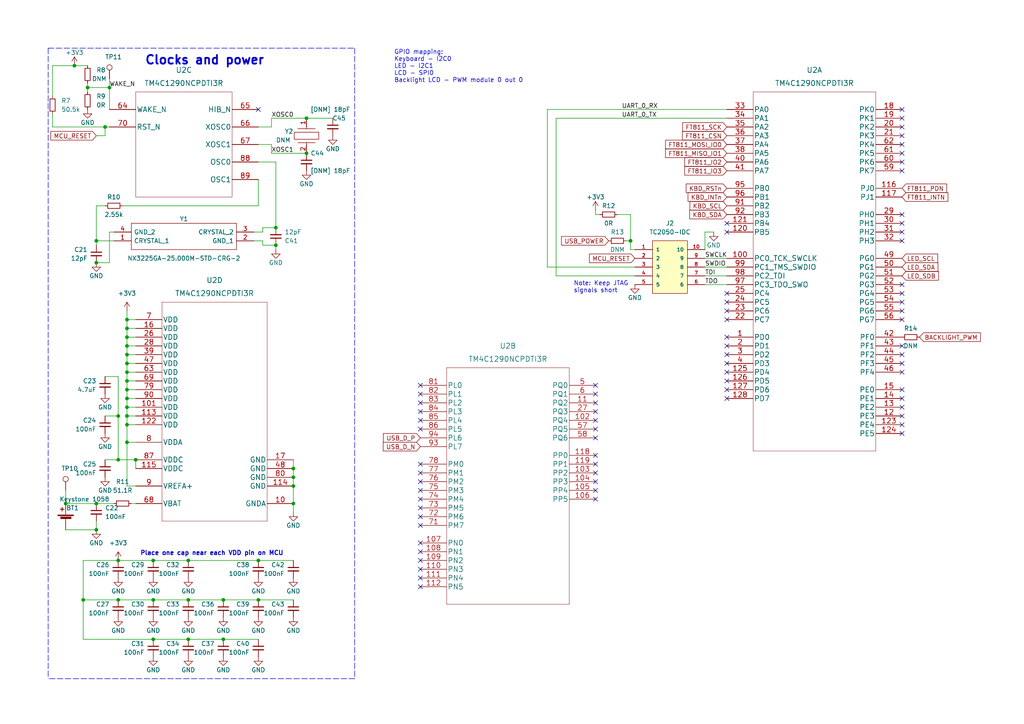
<source format=kicad_sch>
(kicad_sch (version 20211123) (generator eeschema)
  (paper "A4")
  (lib_symbols
    (symbol "Connector:TestPoint" (pin_numbers hide) (pin_names (offset 0.762) hide)
      (property "Reference" "TP" (at 0 6.858 0))
      (property "Value" "TestPoint" (at 0 5.08 0))
      (symbol "TestPoint_0_1"
        (circle (center 0 3.302) (radius 0.762))
      )
      (symbol "TestPoint_1_1"
        (pin passive line (at 0 0 90) (length 2.54) (name "1") (number "1"))
      )
    )
    (symbol "Device:Battery_Cell" (pin_numbers hide) (pin_names (offset 0) hide)
      (property "Reference" "BT" (at 2.54 2.54 0))
      (property "Value" "Battery_Cell" (at 2.54 0 0))
      (symbol "Battery_Cell_0_1"
        (rectangle (start -2.286 1.778) (end 2.286 1.524) (fill (type outline)))
        (rectangle (start -1.5748 1.1938) (end 1.4732 0.6858) (fill (type outline)))
        (polyline (pts (xy 0 0.762) (xy 0 0)))
        (polyline (pts (xy 0 1.778) (xy 0 2.54)))
        (polyline (pts (xy 0.508 3.429) (xy 1.524 3.429)) (stroke (width 0.254)))
        (polyline (pts (xy 1.016 3.937) (xy 1.016 2.921)) (stroke (width 0.254)))
      )
      (symbol "Battery_Cell_1_1"
        (pin passive line (at 0 5.08 270) (length 2.54) (name "+") (number "1"))
        (pin passive line (at 0 -2.54 90) (length 2.54) (name "-") (number "2"))
      )
    )
    (symbol "Device:C_Small" (pin_numbers hide) (pin_names (offset 0.254) hide)
      (property "Reference" "C" (at 0.254 1.778 0))
      (property "Value" "C_Small" (at 0.254 -2.032 0))
      (symbol "C_Small_0_1"
        (polyline (pts (xy -1.524 -0.508) (xy 1.524 -0.508)) (stroke (width 0.3302)))
        (polyline (pts (xy -1.524 0.508) (xy 1.524 0.508)) (stroke (width 0.3048)))
      )
      (symbol "C_Small_1_1"
        (pin passive line (at 0 2.54 270) (length 2.032) (name "~") (number "1"))
        (pin passive line (at 0 -2.54 90) (length 2.032) (name "~") (number "2"))
      )
    )
    (symbol "Device:R_Small" (pin_numbers hide) (pin_names (offset 0.254) hide)
      (property "Reference" "R" (at 0.762 0.508 0))
      (property "Value" "R_Small" (at 0.762 -1.016 0))
      (symbol "R_Small_0_1"
        (rectangle (start -0.762 1.778) (end 0.762 -1.778) (stroke (width 0.2032)))
      )
      (symbol "R_Small_1_1"
        (pin passive line (at 0 2.54 270) (length 0.762) (name "~") (number "1"))
        (pin passive line (at 0 -2.54 90) (length 0.762) (name "~") (number "2"))
      )
    )
    (symbol "SamacSys_Parts:NX2012SA-32.768K-STD-MUB-1" (pin_names (offset 0.762))
      (property "Reference" "Y" (at 8.89 6.35 0))
      (property "Value" "NX2012SA-32.768K-STD-MUB-1" (at 8.89 3.81 0))
      (symbol "NX2012SA-32.768K-STD-MUB-1_0_0"
        (pin passive line (at 10.16 0 180) (length 2.54) (name "~") (number "1"))
        (pin passive line (at 0 0 0) (length 2.54) (name "~") (number "2"))
      )
      (symbol "NX2012SA-32.768K-STD-MUB-1_0_1"
        (polyline (pts (xy 3.048 0) (xy 2.54 0)) (stroke (width 0.1524)))
        (polyline (pts (xy 3.048 2.54) (xy 3.048 -2.54)) (stroke (width 0.1524)))
        (polyline (pts (xy 7.112 0) (xy 7.62 0)) (stroke (width 0.1524)))
        (polyline (pts (xy 7.112 2.54) (xy 7.112 -2.54)) (stroke (width 0.1524)))
        (polyline (pts (xy 4.064 3.556) (xy 4.064 -3.556) (xy 6.096 -3.556) (xy 6.096 3.556) (xy 4.064 3.556)) (stroke (width 0.1524)))
      )
    )
    (symbol "SamacSys_Parts:NX3225GA-25.000M-STD-CRG-2" (pin_names (offset 0.762))
      (property "Reference" "Y" (at 36.83 7.62 0))
      (property "Value" "NX3225GA-25.000M-STD-CRG-2" (at 36.83 5.08 0))
      (symbol "NX3225GA-25.000M-STD-CRG-2_0_0"
        (pin passive line (at 0 -2.54 0) (length 5.08) (name "CRYSTAL_1") (number "1"))
        (pin passive line (at 40.64 -2.54 180) (length 5.08) (name "GND_1") (number "2"))
        (pin passive line (at 40.64 0 180) (length 5.08) (name "CRYSTAL_2") (number "3"))
        (pin passive line (at 0 0 0) (length 5.08) (name "GND_2") (number "4"))
      )
      (symbol "NX3225GA-25.000M-STD-CRG-2_0_1"
        (polyline (pts (xy 5.08 2.54) (xy 35.56 2.54) (xy 35.56 -5.08) (xy 5.08 -5.08) (xy 5.08 2.54)) (stroke (width 0.1524)))
      )
    )
    (symbol "TC2050-IDC:TC2050-IDC" (pin_names (offset 1.016))
      (property "Reference" "J" (at -5.08 8.382 0))
      (property "Value" "TC2050-IDC" (at -5.08 -10.16 0))
      (symbol "TC2050-IDC_0_0"
        (rectangle (start -5.08 -7.62) (end 5.08 7.62) (stroke (width 0.1524)) (fill (type background)))
        (pin passive line (at -10.16 5.08 0) (length 5.08) (name "1") (number "1"))
        (pin passive line (at 10.16 5.08 180) (length 5.08) (name "10") (number "10"))
        (pin passive line (at -10.16 2.54 0) (length 5.08) (name "2") (number "2"))
        (pin passive line (at -10.16 0 0) (length 5.08) (name "3") (number "3"))
        (pin passive line (at -10.16 -2.54 0) (length 5.08) (name "4") (number "4"))
        (pin passive line (at -10.16 -5.08 0) (length 5.08) (name "5") (number "5"))
        (pin passive line (at 10.16 -5.08 180) (length 5.08) (name "6") (number "6"))
        (pin passive line (at 10.16 -2.54 180) (length 5.08) (name "7") (number "7"))
        (pin passive line (at 10.16 0 180) (length 5.08) (name "8") (number "8"))
        (pin passive line (at 10.16 2.54 180) (length 5.08) (name "9") (number "9"))
      )
    )
    (symbol "power:+3V3" (power) (pin_names (offset 0))
      (property "Value" "+3V3" (at 0 3.556 0))
      (symbol "+3V3_0_1"
        (polyline (pts (xy -0.762 1.27) (xy 0 2.54)))
        (polyline (pts (xy 0 0) (xy 0 2.54)))
        (polyline (pts (xy 0 2.54) (xy 0.762 1.27)))
      )
      (symbol "+3V3_1_1"
        (pin power_in line (at 0 0 90) (length 0) hide (name "+3V3") (number "1"))
      )
    )
    (symbol "power:GND" (power) (pin_names (offset 0))
      (property "Value" "GND" (at 0 -3.81 0))
      (symbol "GND_0_1"
        (polyline (pts (xy 0 0) (xy 0 -1.27) (xy 1.27 -1.27) (xy 0 -2.54) (xy -1.27 -1.27) (xy 0 -1.27)))
      )
      (symbol "GND_1_1"
        (pin power_in line (at 0 0 270) (length 0) hide (name "GND") (number "1"))
      )
    )
    (symbol "ul_TM4C1290NCPDTI3R:TM4C1290NCPDTI3R" (pin_names (offset 0.254))
      (property "Reference" "U" (at 0 2.54 0))
      (property "Value" "TM4C1290NCPDTI3R" (at 0 0 0))
      (symbol "TM4C1290NCPDTI3R_1_1"
        (polyline (pts (xy -17.78 -50.8) (xy 17.78 -50.8)) (stroke (width 0.1016)))
        (polyline (pts (xy -17.78 53.34) (xy -17.78 -50.8)) (stroke (width 0.1016)))
        (polyline (pts (xy 17.78 -50.8) (xy 17.78 53.34)) (stroke (width 0.1016)))
        (polyline (pts (xy 17.78 53.34) (xy -17.78 53.34)) (stroke (width 0.1016)))
        (pin bidirectional line (at -25.4 -17.78 0) (length 7.62) (name "PD0") (number "1"))
        (pin bidirectional line (at -25.4 5.08 0) (length 7.62) (name "PC0_TCK_SWCLK") (number "100"))
        (pin bidirectional line (at 25.4 25.4 180) (length 7.62) (name "PJ0") (number "116"))
        (pin bidirectional line (at 25.4 22.86 180) (length 7.62) (name "PJ1") (number "117"))
        (pin bidirectional line (at 25.4 -40.64 180) (length 7.62) (name "PE3") (number "12"))
        (pin bidirectional line (at -25.4 12.7 0) (length 7.62) (name "PB5") (number "120"))
        (pin bidirectional line (at -25.4 15.24 0) (length 7.62) (name "PB4") (number "121"))
        (pin bidirectional line (at 25.4 -43.18 180) (length 7.62) (name "PE4") (number "123"))
        (pin bidirectional line (at 25.4 -45.72 180) (length 7.62) (name "PE5") (number "124"))
        (pin bidirectional line (at -25.4 -27.94 0) (length 7.62) (name "PD4") (number "125"))
        (pin bidirectional line (at -25.4 -30.48 0) (length 7.62) (name "PD5") (number "126"))
        (pin bidirectional line (at -25.4 -33.02 0) (length 7.62) (name "PD6") (number "127"))
        (pin bidirectional line (at -25.4 -35.56 0) (length 7.62) (name "PD7") (number "128"))
        (pin bidirectional line (at 25.4 -38.1 180) (length 7.62) (name "PE2") (number "13"))
        (pin bidirectional line (at 25.4 -35.56 180) (length 7.62) (name "PE1") (number "14"))
        (pin bidirectional line (at 25.4 -33.02 180) (length 7.62) (name "PE0") (number "15"))
        (pin bidirectional line (at 25.4 48.26 180) (length 7.62) (name "PK0") (number "18"))
        (pin bidirectional line (at 25.4 45.72 180) (length 7.62) (name "PK1") (number "19"))
        (pin bidirectional line (at -25.4 -20.32 0) (length 7.62) (name "PD1") (number "2"))
        (pin bidirectional line (at 25.4 43.18 180) (length 7.62) (name "PK2") (number "20"))
        (pin bidirectional line (at 25.4 40.64 180) (length 7.62) (name "PK3") (number "21"))
        (pin bidirectional line (at -25.4 -12.7 0) (length 7.62) (name "PC7") (number "22"))
        (pin bidirectional line (at -25.4 -10.16 0) (length 7.62) (name "PC6") (number "23"))
        (pin bidirectional line (at -25.4 -7.62 0) (length 7.62) (name "PC5") (number "24"))
        (pin bidirectional line (at -25.4 -5.08 0) (length 7.62) (name "PC4") (number "25"))
        (pin bidirectional line (at 25.4 17.78 180) (length 7.62) (name "PH0") (number "29"))
        (pin bidirectional line (at -25.4 -22.86 0) (length 7.62) (name "PD2") (number "3"))
        (pin bidirectional line (at 25.4 15.24 180) (length 7.62) (name "PH1") (number "30"))
        (pin bidirectional line (at 25.4 12.7 180) (length 7.62) (name "PH2") (number "31"))
        (pin bidirectional line (at 25.4 10.16 180) (length 7.62) (name "PH3") (number "32"))
        (pin bidirectional line (at -25.4 48.26 0) (length 7.62) (name "PA0") (number "33"))
        (pin bidirectional line (at -25.4 45.72 0) (length 7.62) (name "PA1") (number "34"))
        (pin bidirectional line (at -25.4 43.18 0) (length 7.62) (name "PA2") (number "35"))
        (pin bidirectional line (at -25.4 40.64 0) (length 7.62) (name "PA3") (number "36"))
        (pin bidirectional line (at -25.4 38.1 0) (length 7.62) (name "PA4") (number "37"))
        (pin bidirectional line (at -25.4 35.56 0) (length 7.62) (name "PA5") (number "38"))
        (pin bidirectional line (at -25.4 -25.4 0) (length 7.62) (name "PD3") (number "4"))
        (pin bidirectional line (at -25.4 33.02 0) (length 7.62) (name "PA6") (number "40"))
        (pin bidirectional line (at -25.4 30.48 0) (length 7.62) (name "PA7") (number "41"))
        (pin bidirectional line (at 25.4 -17.78 180) (length 7.62) (name "PF0") (number "42"))
        (pin bidirectional line (at 25.4 -20.32 180) (length 7.62) (name "PF1") (number "43"))
        (pin bidirectional line (at 25.4 -22.86 180) (length 7.62) (name "PF2") (number "44"))
        (pin bidirectional line (at 25.4 -25.4 180) (length 7.62) (name "PF3") (number "45"))
        (pin bidirectional line (at 25.4 -27.94 180) (length 7.62) (name "PF4") (number "46"))
        (pin bidirectional line (at 25.4 5.08 180) (length 7.62) (name "PG0") (number "49"))
        (pin bidirectional line (at 25.4 2.54 180) (length 7.62) (name "PG1") (number "50"))
        (pin bidirectional line (at 25.4 0 180) (length 7.62) (name "PG2") (number "51"))
        (pin bidirectional line (at 25.4 -2.54 180) (length 7.62) (name "PG3") (number "52"))
        (pin bidirectional line (at 25.4 -5.08 180) (length 7.62) (name "PG4") (number "53"))
        (pin bidirectional line (at 25.4 -7.62 180) (length 7.62) (name "PG5") (number "54"))
        (pin bidirectional line (at 25.4 -10.16 180) (length 7.62) (name "PG6") (number "55"))
        (pin bidirectional line (at 25.4 -12.7 180) (length 7.62) (name "PG7") (number "56"))
        (pin bidirectional line (at 25.4 30.48 180) (length 7.62) (name "PK7") (number "59"))
        (pin bidirectional line (at 25.4 33.02 180) (length 7.62) (name "PK6") (number "60"))
        (pin bidirectional line (at 25.4 35.56 180) (length 7.62) (name "PK5") (number "61"))
        (pin bidirectional line (at 25.4 38.1 180) (length 7.62) (name "PK4") (number "62"))
        (pin bidirectional line (at -25.4 20.32 0) (length 7.62) (name "PB2") (number "91"))
        (pin bidirectional line (at -25.4 17.78 0) (length 7.62) (name "PB3") (number "92"))
        (pin bidirectional line (at -25.4 25.4 0) (length 7.62) (name "PB0") (number "95"))
        (pin bidirectional line (at -25.4 22.86 0) (length 7.62) (name "PB1") (number "96"))
        (pin bidirectional line (at -25.4 -2.54 0) (length 7.62) (name "PC3_TDO_SWO") (number "97"))
        (pin bidirectional line (at -25.4 0 0) (length 7.62) (name "PC2_TDI") (number "98"))
        (pin bidirectional line (at -25.4 2.54 0) (length 7.62) (name "PC1_TMS_SWDIO") (number "99"))
      )
      (symbol "TM4C1290NCPDTI3R_2_1"
        (polyline (pts (xy -17.78 -33.02) (xy 17.78 -33.02)) (stroke (width 0.1016)))
        (polyline (pts (xy -17.78 35.56) (xy -17.78 -33.02)) (stroke (width 0.1016)))
        (polyline (pts (xy 17.78 -33.02) (xy 17.78 35.56)) (stroke (width 0.1016)))
        (polyline (pts (xy 17.78 35.56) (xy -17.78 35.56)) (stroke (width 0.1016)))
        (pin bidirectional line (at 25.4 20.32 180) (length 7.62) (name "PQ4") (number "102"))
        (pin bidirectional line (at 25.4 5.08 180) (length 7.62) (name "PP2") (number "103"))
        (pin bidirectional line (at 25.4 2.54 180) (length 7.62) (name "PP3") (number "104"))
        (pin bidirectional line (at 25.4 0 180) (length 7.62) (name "PP4") (number "105"))
        (pin bidirectional line (at 25.4 -2.54 180) (length 7.62) (name "PP5") (number "106"))
        (pin bidirectional line (at -25.4 -15.24 0) (length 7.62) (name "PN0") (number "107"))
        (pin bidirectional line (at -25.4 -17.78 0) (length 7.62) (name "PN1") (number "108"))
        (pin bidirectional line (at -25.4 -20.32 0) (length 7.62) (name "PN2") (number "109"))
        (pin bidirectional line (at 25.4 25.4 180) (length 7.62) (name "PQ2") (number "11"))
        (pin bidirectional line (at -25.4 -22.86 0) (length 7.62) (name "PN3") (number "110"))
        (pin bidirectional line (at -25.4 -25.4 0) (length 7.62) (name "PN4") (number "111"))
        (pin bidirectional line (at -25.4 -27.94 0) (length 7.62) (name "PN5") (number "112"))
        (pin bidirectional line (at 25.4 10.16 180) (length 7.62) (name "PP0") (number "118"))
        (pin bidirectional line (at 25.4 7.62 180) (length 7.62) (name "PP1") (number "119"))
        (pin bidirectional line (at 25.4 22.86 180) (length 7.62) (name "PQ3") (number "27"))
        (pin bidirectional line (at 25.4 30.48 180) (length 7.62) (name "PQ0") (number "5"))
        (pin bidirectional line (at 25.4 17.78 180) (length 7.62) (name "PQ5") (number "57"))
        (pin bidirectional line (at 25.4 15.24 180) (length 7.62) (name "PQ6") (number "58"))
        (pin bidirectional line (at 25.4 27.94 180) (length 7.62) (name "PQ1") (number "6"))
        (pin bidirectional line (at -25.4 -10.16 0) (length 7.62) (name "PM7") (number "71"))
        (pin bidirectional line (at -25.4 -7.62 0) (length 7.62) (name "PM6") (number "72"))
        (pin bidirectional line (at -25.4 -5.08 0) (length 7.62) (name "PM5") (number "73"))
        (pin bidirectional line (at -25.4 -2.54 0) (length 7.62) (name "PM4") (number "74"))
        (pin bidirectional line (at -25.4 0 0) (length 7.62) (name "PM3") (number "75"))
        (pin bidirectional line (at -25.4 2.54 0) (length 7.62) (name "PM2") (number "76"))
        (pin bidirectional line (at -25.4 5.08 0) (length 7.62) (name "PM1") (number "77"))
        (pin bidirectional line (at -25.4 7.62 0) (length 7.62) (name "PM0") (number "78"))
        (pin bidirectional line (at -25.4 30.48 0) (length 7.62) (name "PL0") (number "81"))
        (pin bidirectional line (at -25.4 27.94 0) (length 7.62) (name "PL1") (number "82"))
        (pin bidirectional line (at -25.4 25.4 0) (length 7.62) (name "PL2") (number "83"))
        (pin bidirectional line (at -25.4 22.86 0) (length 7.62) (name "PL3") (number "84"))
        (pin bidirectional line (at -25.4 20.32 0) (length 7.62) (name "PL4") (number "85"))
        (pin bidirectional line (at -25.4 17.78 0) (length 7.62) (name "PL5") (number "86"))
        (pin bidirectional line (at -25.4 12.7 0) (length 7.62) (name "PL7") (number "93"))
        (pin bidirectional line (at -25.4 15.24 0) (length 7.62) (name "PL6") (number "94"))
      )
      (symbol "TM4C1290NCPDTI3R_3_1"
        (polyline (pts (xy -12.7 -15.24) (xy 15.24 -15.24)) (stroke (width 0.1016)))
        (polyline (pts (xy -12.7 15.24) (xy -12.7 -15.24)) (stroke (width 0.1016)))
        (polyline (pts (xy 15.24 -15.24) (xy 15.24 15.24)) (stroke (width 0.1016)))
        (polyline (pts (xy 15.24 15.24) (xy -12.7 15.24)) (stroke (width 0.1016)))
        (pin input line (at -20.32 10.16 0) (length 7.62) (name "WAKE_N") (number "64"))
        (pin output line (at 22.86 10.16 180) (length 7.62) (name "HIB_N") (number "65"))
        (pin input line (at 22.86 5.08 180) (length 7.62) (name "XOSC0") (number "66"))
        (pin output line (at 22.86 0 180) (length 7.62) (name "XOSC1") (number "67"))
        (pin input line (at -20.32 5.08 0) (length 7.62) (name "RST_N") (number "70"))
        (pin input line (at 22.86 -5.08 180) (length 7.62) (name "OSC0") (number "88"))
        (pin output line (at 22.86 -10.16 180) (length 7.62) (name "OSC1") (number "89"))
      )
      (symbol "TM4C1290NCPDTI3R_4_1"
        (polyline (pts (xy -15.24 -30.48) (xy 15.24 -30.48)) (stroke (width 0.1016)))
        (polyline (pts (xy -15.24 33.02) (xy -15.24 -30.48)) (stroke (width 0.1016)))
        (polyline (pts (xy 15.24 -30.48) (xy 15.24 33.02)) (stroke (width 0.1016)))
        (polyline (pts (xy 15.24 33.02) (xy -15.24 33.02)) (stroke (width 0.1016)))
        (pin power_in line (at 22.86 -25.4 180) (length 7.62) (name "GNDA") (number "10"))
        (pin power_in line (at -22.86 2.54 0) (length 7.62) (name "VDD") (number "101"))
        (pin power_in line (at -22.86 0 0) (length 7.62) (name "VDD") (number "113"))
        (pin power_in line (at 22.86 -20.32 180) (length 7.62) (name "GND") (number "114"))
        (pin power_in line (at -22.86 -15.24 0) (length 7.62) (name "VDDC") (number "115"))
        (pin power_in line (at -22.86 -2.54 0) (length 7.62) (name "VDD") (number "122"))
        (pin power_in line (at -22.86 25.4 0) (length 7.62) (name "VDD") (number "16"))
        (pin power_in line (at 22.86 -12.7 180) (length 7.62) (name "GND") (number "17"))
        (pin power_in line (at -22.86 22.86 0) (length 7.62) (name "VDD") (number "26"))
        (pin power_in line (at -22.86 20.32 0) (length 7.62) (name "VDD") (number "28"))
        (pin power_in line (at -22.86 17.78 0) (length 7.62) (name "VDD") (number "39"))
        (pin power_in line (at -22.86 15.24 0) (length 7.62) (name "VDD") (number "47"))
        (pin power_in line (at 22.86 -15.24 180) (length 7.62) (name "GND") (number "48"))
        (pin power_in line (at -22.86 12.7 0) (length 7.62) (name "VDD") (number "63"))
        (pin power_in line (at -22.86 -25.4 0) (length 7.62) (name "VBAT") (number "68"))
        (pin power_in line (at -22.86 10.16 0) (length 7.62) (name "VDD") (number "69"))
        (pin power_in line (at -22.86 27.94 0) (length 7.62) (name "VDD") (number "7"))
        (pin power_in line (at -22.86 7.62 0) (length 7.62) (name "VDD") (number "79"))
        (pin power_in line (at -22.86 -7.62 0) (length 7.62) (name "VDDA") (number "8"))
        (pin power_in line (at 22.86 -17.78 180) (length 7.62) (name "GND") (number "80"))
        (pin power_in line (at -22.86 -12.7 0) (length 7.62) (name "VDDC") (number "87"))
        (pin power_in line (at -22.86 -20.32 0) (length 7.62) (name "VREFA+") (number "9"))
        (pin power_in line (at -22.86 5.08 0) (length 7.62) (name "VDD") (number "90"))
      )
    )
  )
  (junction (at 44.45 162.56))
  (junction (at 27.94 69.85))
  (junction (at 25.4 25.4))
  (junction (at 54.61 185.42))
  (junction (at 27.94 76.2))
  (junction (at 74.93 162.56))
  (junction (at 36.83 128.27))
  (junction (at 36.83 123.19))
  (junction (at 36.83 102.87))
  (junction (at 36.83 97.79))
  (junction (at 36.83 120.65))
  (junction (at 44.45 173.99))
  (junction (at 39.37 133.35))
  (junction (at 88.9 44.45))
  (junction (at 54.61 173.99))
  (junction (at 36.83 100.33))
  (junction (at 36.83 115.57))
  (junction (at 85.09 146.05))
  (junction (at 54.61 162.56))
  (junction (at 27.94 153.67))
  (junction (at 88.9 34.29))
  (junction (at 31.75 25.4))
  (junction (at 36.83 110.49))
  (junction (at 85.09 140.97))
  (junction (at 27.94 146.05))
  (junction (at 34.29 120.65))
  (junction (at 44.45 185.42))
  (junction (at 80.01 71.12))
  (junction (at 36.83 107.95))
  (junction (at 19.05 146.05))
  (junction (at 30.48 36.83))
  (junction (at 80.01 66.04))
  (junction (at 21.59 19.05))
  (junction (at 34.29 133.35))
  (junction (at 64.77 185.42))
  (junction (at 36.83 95.25))
  (junction (at 85.09 138.43))
  (junction (at 182.88 69.85))
  (junction (at 36.83 105.41))
  (junction (at 64.77 173.99))
  (junction (at 36.83 118.11))
  (junction (at 85.09 135.89))
  (junction (at 34.29 162.56))
  (junction (at 24.13 173.99))
  (junction (at 36.83 113.03))
  (junction (at 36.83 92.71))
  (junction (at 74.93 173.99))
  (junction (at 34.29 173.99))
  (no_connect (at 121.92 134.62))
  (no_connect (at 121.92 144.78))
  (no_connect (at 121.92 121.92))
  (no_connect (at 172.72 134.62))
  (no_connect (at 121.92 124.46))
  (no_connect (at 121.92 165.1))
  (no_connect (at 121.92 162.56))
  (no_connect (at 172.72 132.08))
  (no_connect (at 261.62 39.37))
  (no_connect (at 121.92 160.02))
  (no_connect (at 121.92 111.76))
  (no_connect (at 121.92 116.84))
  (no_connect (at 172.72 114.3))
  (no_connect (at 172.72 119.38))
  (no_connect (at 121.92 167.64))
  (no_connect (at 172.72 144.78))
  (no_connect (at 210.82 87.63))
  (no_connect (at 210.82 90.17))
  (no_connect (at 210.82 92.71))
  (no_connect (at 210.82 97.79))
  (no_connect (at 210.82 100.33))
  (no_connect (at 261.62 69.85))
  (no_connect (at 261.62 67.31))
  (no_connect (at 261.62 64.77))
  (no_connect (at 261.62 62.23))
  (no_connect (at 210.82 64.77))
  (no_connect (at 210.82 67.31))
  (no_connect (at 210.82 85.09))
  (no_connect (at 210.82 115.57))
  (no_connect (at 210.82 102.87))
  (no_connect (at 210.82 105.41))
  (no_connect (at 210.82 107.95))
  (no_connect (at 210.82 110.49))
  (no_connect (at 210.82 113.03))
  (no_connect (at 261.62 125.73))
  (no_connect (at 261.62 123.19))
  (no_connect (at 261.62 120.65))
  (no_connect (at 261.62 115.57))
  (no_connect (at 261.62 118.11))
  (no_connect (at 261.62 113.03))
  (no_connect (at 261.62 107.95))
  (no_connect (at 261.62 105.41))
  (no_connect (at 261.62 102.87))
  (no_connect (at 261.62 100.33))
  (no_connect (at 261.62 82.55))
  (no_connect (at 261.62 92.71))
  (no_connect (at 261.62 90.17))
  (no_connect (at 261.62 87.63))
  (no_connect (at 261.62 85.09))
  (no_connect (at 261.62 49.53))
  (no_connect (at 121.92 147.32))
  (no_connect (at 172.72 142.24))
  (no_connect (at 172.72 111.76))
  (no_connect (at 121.92 157.48))
  (no_connect (at 261.62 36.83))
  (no_connect (at 261.62 34.29))
  (no_connect (at 261.62 44.45))
  (no_connect (at 172.72 116.84))
  (no_connect (at 261.62 41.91))
  (no_connect (at 121.92 170.18))
  (no_connect (at 121.92 142.24))
  (no_connect (at 121.92 139.7))
  (no_connect (at 121.92 137.16))
  (no_connect (at 172.72 127))
  (no_connect (at 172.72 137.16))
  (no_connect (at 121.92 149.86))
  (no_connect (at 121.92 114.3))
  (no_connect (at 121.92 119.38))
  (no_connect (at 172.72 139.7))
  (no_connect (at 74.93 31.75))
  (no_connect (at 121.92 152.4))
  (no_connect (at 172.72 124.46))
  (no_connect (at 261.62 46.99))
  (no_connect (at 172.72 121.92))
  (no_connect (at 261.62 31.75))
  (wire (pts (xy 25.4 25.4) (xy 31.75 25.4)))
  (wire (pts (xy 76.2 71.12) (xy 76.2 69.85)))
  (wire (pts (xy 85.09 133.35) (xy 85.09 135.89)))
  (wire (pts (xy 31.75 67.31) (xy 31.75 76.2)))
  (wire (pts (xy 78.74 41.91) (xy 78.74 44.45)))
  (wire (pts (xy 36.83 107.95) (xy 36.83 110.49)))
  (wire (pts (xy 24.13 173.99) (xy 24.13 162.56)))
  (wire (pts (xy 80.01 46.99) (xy 74.93 46.99)))
  (wire (pts (xy 36.83 110.49) (xy 36.83 113.03)))
  (wire (pts (xy 158.75 77.47) (xy 158.75 31.75)))
  (wire (pts (xy 24.13 185.42) (xy 24.13 173.99)))
  (wire (pts (xy 80.01 71.12) (xy 76.2 71.12)))
  (wire (pts (xy 21.59 19.05) (xy 15.24 19.05)))
  (wire (pts (xy 74.93 162.56) (xy 85.09 162.56)))
  (wire (pts (xy 34.29 109.22) (xy 30.48 109.22)))
  (wire (pts (xy 78.74 36.83) (xy 78.74 34.29)))
  (wire (pts (xy 36.83 113.03) (xy 36.83 115.57)))
  (wire (pts (xy 182.88 72.39) (xy 182.88 69.85)))
  (wire (pts (xy 64.77 173.99) (xy 74.93 173.99)))
  (wire (pts (xy 36.83 92.71) (xy 36.83 95.25)))
  (wire (pts (xy 64.77 185.42) (xy 74.93 185.42)))
  (wire (pts (xy 24.13 173.99) (xy 34.29 173.99)))
  (wire (pts (xy 31.75 76.2) (xy 27.94 76.2)))
  (wire (pts (xy 36.83 120.65) (xy 36.83 123.19)))
  (wire (pts (xy 184.15 77.47) (xy 158.75 77.47)))
  (wire (pts (xy 184.15 80.01) (xy 161.29 80.01)))
  (wire (pts (xy 39.37 115.57) (xy 36.83 115.57)))
  (wire (pts (xy 15.24 36.83) (xy 30.48 36.83)))
  (wire (pts (xy 15.24 33.02) (xy 15.24 36.83)))
  (wire (pts (xy 161.29 34.29) (xy 210.82 34.29)))
  (wire (pts (xy 39.37 97.79) (xy 36.83 97.79)))
  (wire (pts (xy 24.13 162.56) (xy 34.29 162.56)))
  (wire (pts (xy 19.05 142.24) (xy 19.05 146.05)))
  (wire (pts (xy 44.45 185.42) (xy 54.61 185.42)))
  (wire (pts (xy 33.02 67.31) (xy 31.75 67.31)))
  (wire (pts (xy 27.94 146.05) (xy 33.02 146.05)))
  (wire (pts (xy 204.47 67.31) (xy 204.47 72.39)))
  (wire (pts (xy 44.45 162.56) (xy 54.61 162.56)))
  (wire (pts (xy 34.29 120.65) (xy 34.29 109.22)))
  (wire (pts (xy 39.37 118.11) (xy 36.83 118.11)))
  (polyline (pts (xy 13.97 13.97) (xy 13.97 196.85)))
  (wire (pts (xy 36.83 115.57) (xy 36.83 118.11)))
  (wire (pts (xy 36.83 118.11) (xy 36.83 120.65)))
  (wire (pts (xy 38.1 146.05) (xy 39.37 146.05)))
  (wire (pts (xy 74.93 41.91) (xy 78.74 41.91)))
  (wire (pts (xy 182.88 62.23) (xy 179.07 62.23)))
  (wire (pts (xy 78.74 34.29) (xy 88.9 34.29)))
  (wire (pts (xy 36.83 102.87) (xy 36.83 105.41)))
  (wire (pts (xy 80.01 71.12) (xy 80.01 72.39)))
  (wire (pts (xy 76.2 69.85) (xy 73.66 69.85)))
  (wire (pts (xy 39.37 107.95) (xy 36.83 107.95)))
  (wire (pts (xy 34.29 133.35) (xy 34.29 120.65)))
  (wire (pts (xy 27.94 69.85) (xy 33.02 69.85)))
  (wire (pts (xy 34.29 120.65) (xy 30.48 120.65)))
  (wire (pts (xy 204.47 80.01) (xy 210.82 80.01)))
  (wire (pts (xy 39.37 133.35) (xy 39.37 135.89)))
  (wire (pts (xy 34.29 162.56) (xy 44.45 162.56)))
  (wire (pts (xy 39.37 105.41) (xy 36.83 105.41)))
  (wire (pts (xy 181.61 69.85) (xy 182.88 69.85)))
  (wire (pts (xy 27.94 39.37) (xy 30.48 39.37)))
  (wire (pts (xy 36.83 140.97) (xy 39.37 140.97)))
  (wire (pts (xy 85.09 138.43) (xy 85.09 140.97)))
  (wire (pts (xy 74.93 36.83) (xy 78.74 36.83)))
  (polyline (pts (xy 13.97 13.97) (xy 102.87 13.97)))
  (wire (pts (xy 30.48 36.83) (xy 31.75 36.83)))
  (wire (pts (xy 31.75 25.4) (xy 31.75 31.75)))
  (wire (pts (xy 172.72 62.23) (xy 173.99 62.23)))
  (wire (pts (xy 74.93 173.99) (xy 85.09 173.99)))
  (wire (pts (xy 27.94 69.85) (xy 27.94 59.69)))
  (wire (pts (xy 27.94 153.67) (xy 19.05 153.67)))
  (wire (pts (xy 25.4 25.4) (xy 25.4 26.67)))
  (wire (pts (xy 36.83 128.27) (xy 39.37 128.27)))
  (wire (pts (xy 85.09 135.89) (xy 85.09 138.43)))
  (wire (pts (xy 36.83 128.27) (xy 36.83 140.97)))
  (wire (pts (xy 25.4 19.05) (xy 21.59 19.05)))
  (wire (pts (xy 39.37 120.65) (xy 36.83 120.65)))
  (wire (pts (xy 80.01 66.04) (xy 80.01 46.99)))
  (wire (pts (xy 184.15 72.39) (xy 182.88 72.39)))
  (wire (pts (xy 36.83 100.33) (xy 36.83 102.87)))
  (wire (pts (xy 36.83 97.79) (xy 36.83 100.33)))
  (wire (pts (xy 85.09 146.05) (xy 85.09 148.59)))
  (wire (pts (xy 158.75 31.75) (xy 210.82 31.75)))
  (wire (pts (xy 182.88 69.85) (xy 182.88 62.23)))
  (wire (pts (xy 27.94 59.69) (xy 30.48 59.69)))
  (wire (pts (xy 54.61 162.56) (xy 74.93 162.56)))
  (wire (pts (xy 36.83 90.17) (xy 36.83 92.71)))
  (wire (pts (xy 39.37 110.49) (xy 36.83 110.49)))
  (polyline (pts (xy 102.87 13.97) (xy 102.87 196.85)))
  (wire (pts (xy 54.61 185.42) (xy 64.77 185.42)))
  (wire (pts (xy 30.48 133.35) (xy 34.29 133.35)))
  (wire (pts (xy 27.94 151.13) (xy 27.94 153.67)))
  (wire (pts (xy 88.9 34.29) (xy 96.52 34.29)))
  (wire (pts (xy 204.47 74.93) (xy 210.82 74.93)))
  (wire (pts (xy 54.61 173.99) (xy 64.77 173.99)))
  (wire (pts (xy 39.37 92.71) (xy 36.83 92.71)))
  (wire (pts (xy 39.37 113.03) (xy 36.83 113.03)))
  (wire (pts (xy 76.2 66.04) (xy 80.01 66.04)))
  (wire (pts (xy 36.83 95.25) (xy 36.83 97.79)))
  (wire (pts (xy 73.66 67.31) (xy 76.2 67.31)))
  (wire (pts (xy 74.93 59.69) (xy 74.93 52.07)))
  (wire (pts (xy 27.94 146.05) (xy 19.05 146.05)))
  (wire (pts (xy 204.47 82.55) (xy 210.82 82.55)))
  (wire (pts (xy 207.01 67.31) (xy 204.47 67.31)))
  (wire (pts (xy 36.83 123.19) (xy 36.83 128.27)))
  (wire (pts (xy 30.48 39.37) (xy 30.48 36.83)))
  (wire (pts (xy 44.45 173.99) (xy 54.61 173.99)))
  (wire (pts (xy 27.94 71.12) (xy 27.94 69.85)))
  (wire (pts (xy 78.74 44.45) (xy 88.9 44.45)))
  (wire (pts (xy 172.72 60.96) (xy 172.72 62.23)))
  (wire (pts (xy 31.75 22.86) (xy 31.75 25.4)))
  (wire (pts (xy 34.29 133.35) (xy 39.37 133.35)))
  (wire (pts (xy 25.4 24.13) (xy 25.4 25.4)))
  (polyline (pts (xy 102.87 196.85) (xy 13.97 196.85)))
  (wire (pts (xy 76.2 67.31) (xy 76.2 66.04)))
  (wire (pts (xy 24.13 185.42) (xy 44.45 185.42)))
  (wire (pts (xy 35.56 59.69) (xy 74.93 59.69)))
  (wire (pts (xy 36.83 105.41) (xy 36.83 107.95)))
  (wire (pts (xy 39.37 102.87) (xy 36.83 102.87)))
  (wire (pts (xy 15.24 19.05) (xy 15.24 27.94)))
  (wire (pts (xy 39.37 123.19) (xy 36.83 123.19)))
  (wire (pts (xy 34.29 173.99) (xy 44.45 173.99)))
  (wire (pts (xy 39.37 100.33) (xy 36.83 100.33)))
  (wire (pts (xy 161.29 80.01) (xy 161.29 34.29)))
  (wire (pts (xy 204.47 77.47) (xy 210.82 77.47)))
  (wire (pts (xy 85.09 140.97) (xy 85.09 146.05)))
  (wire (pts (xy 39.37 95.25) (xy 36.83 95.25)))
  (text "Clocks and power" (at 41.91 19.05 0) (effects (font (size 2.54 2.54) (thickness 0.508) bold) (justify left bottom)))
  (text "GPIO mapping:\nKeyboard - I2C0\nLED - I2C1\nLCD - SPI0\nBacklight LCD - PWM module 0 out 0" (at 114.3 24.13 0) (effects (font (size 1.27 1.27)) (justify left bottom)))
  (text "Place one cap near each VDD pin on MCU" (at 40.64 161.29 0) (effects (font (size 1.27 1.27) bold) (justify left bottom)))
  (text "Note: Keep JTAG\nsignals short" (at 166.37 85.09 0) (effects (font (size 1.27 1.27)) (justify left bottom)))
  (label "SWDIO" (at 204.47 77.47 0))
  (label "TDI" (at 204.47 80.01 0))
  (label "TDO" (at 204.47 82.55 0))
  (label "UART_0_TX" (at 180.34 34.29 0))
  (label "XOSC1" (at 78.74 44.45 0))
  (label "WAKE_N" (at 31.75 25.4 0))
  (label "UART_0_RX" (at 180.34 31.75 0))
  (label "SWCLK" (at 204.47 74.93 0))
  (label "XOSC0" (at 78.74 34.29 0))
  (global_label "LED_SCL" (shape input) (at 261.62 74.93 0) (property "Intersheet References" "${INTERSHEET_REFS}" (effects hide)))
  (global_label "LED_SDB" (shape input) (at 261.62 80.01 0) (property "Intersheet References" "${INTERSHEET_REFS}" (effects hide)))
  (global_label "USB_D_P" (shape input) (at 121.92 127 180) (property "Intersheet References" "${INTERSHEET_REFS}" (effects hide)))
  (global_label "KBD_SDA" (shape input) (at 210.82 62.23 180) (property "Intersheet References" "${INTERSHEET_REFS}" (effects hide)))
  (global_label "USB_POWER" (shape input) (at 176.53 69.85 180) (property "Intersheet References" "${INTERSHEET_REFS}" (effects hide)))
  (global_label "FT811_IO3" (shape input) (at 210.82 49.53 180) (property "Intersheet References" "${INTERSHEET_REFS}" (effects hide)))
  (global_label "FT811_MISO_IO1" (shape input) (at 210.82 44.45 180) (property "Intersheet References" "${INTERSHEET_REFS}" (effects hide)))
  (global_label "FT811_CSN" (shape input) (at 210.82 39.37 180) (property "Intersheet References" "${INTERSHEET_REFS}" (effects hide)))
  (global_label "FT811_MOSI_IO0" (shape input) (at 210.82 41.91 180) (property "Intersheet References" "${INTERSHEET_REFS}" (effects hide)))
  (global_label "MCU_RESET" (shape input) (at 27.94 39.37 180) (property "Intersheet References" "${INTERSHEET_REFS}" (effects hide)))
  (global_label "FT811_INTN" (shape input) (at 261.62 57.15 0) (property "Intersheet References" "${INTERSHEET_REFS}" (effects hide)))
  (global_label "KBD_INTn" (shape input) (at 210.82 57.15 180) (property "Intersheet References" "${INTERSHEET_REFS}" (effects hide)))
  (global_label "KBD_SCL" (shape input) (at 210.82 59.69 180) (property "Intersheet References" "${INTERSHEET_REFS}" (effects hide)))
  (global_label "USB_D_N" (shape input) (at 121.92 129.54 180) (property "Intersheet References" "${INTERSHEET_REFS}" (effects hide)))
  (global_label "KBD_RSTn" (shape input) (at 210.82 54.61 180) (property "Intersheet References" "${INTERSHEET_REFS}" (effects hide)))
  (global_label "FT811_PDN" (shape input) (at 261.62 54.61 0) (property "Intersheet References" "${INTERSHEET_REFS}" (effects hide)))
  (global_label "FT811_SCK" (shape input) (at 210.82 36.83 180) (property "Intersheet References" "${INTERSHEET_REFS}" (effects hide)))
  (global_label "BACKLIGHT_PWM" (shape input) (at 266.7 97.79 0) (property "Intersheet References" "${INTERSHEET_REFS}" (effects hide)))
  (global_label "FT811_IO2" (shape input) (at 210.82 46.99 180) (property "Intersheet References" "${INTERSHEET_REFS}" (effects hide)))
  (global_label "LED_SDA" (shape input) (at 261.62 77.47 0) (property "Intersheet References" "${INTERSHEET_REFS}" (effects hide)))
  (global_label "MCU_RESET" (shape input) (at 184.15 74.93 180) (property "Intersheet References" "${INTERSHEET_REFS}" (effects hide)))
  (symbol (lib_id "Device:C_Small") (at 34.29 176.53 0) (mirror y) (unit 1)
    (property "Reference" "C27" (at 31.75 175.2662 0) (effects (justify left)))
    (property "Value" "100nF" (at 31.75 177.8062 0) (effects (justify left)))
    (property "Footprint" "Capacitor_SMD:C_0402_1005Metric" (effects hide))
    (property "LCSC" "C1525" (effects hide))
  )
  (symbol (lib_id "Device:R_Small") (at 35.56 146.05 270) (mirror x) (unit 1)
    (property "Reference" "R11" (at 35.56 139.7 90))
    (property "Value" "51.1R" (at 35.56 142.24 90))
    (property "Footprint" "Resistor_SMD:R_0402_1005Metric" (effects hide))
    (property "LCSC" "C204558" (effects hide))
  )
  (symbol (lib_id "power:GND") (at 30.48 138.43 0) (mirror y) (unit 1)
    (property "Reference" "#PWR0160" (effects hide))
    (property "Value" "GND" (at 30.48 142.24 0))
  )
  (symbol (lib_id "power:GND") (at 27.94 76.2 0) (mirror y) (unit 1)
    (property "Reference" "#PWR0156" (effects hide))
    (property "Value" "GND" (at 27.94 80.01 0))
  )
  (symbol (lib_id "power:GND") (at 74.93 179.07 0) (mirror y) (unit 1)
    (property "Reference" "#PWR0143" (effects hide))
    (property "Value" "GND" (at 74.93 182.88 0))
  )
  (symbol (lib_id "Device:C_Small") (at 44.45 165.1 0) (mirror y) (unit 1)
    (property "Reference" "C29" (at 41.91 163.8362 0) (effects (justify left)))
    (property "Value" "100nF" (at 41.91 166.3762 0) (effects (justify left)))
    (property "Footprint" "Capacitor_SMD:C_0402_1005Metric" (effects hide))
    (property "LCSC" "C1525" (effects hide))
  )
  (symbol (lib_id "power:+3V3") (at 21.59 19.05 0) (unit 1)
    (property "Reference" "#PWR0153" (effects hide))
    (property "Value" "+3V3" (at 21.59 15.24 0))
  )
  (symbol (lib_id "Device:C_Small") (at 80.01 68.58 0) (mirror x) (unit 1)
    (property "Reference" "C41" (at 82.55 69.8438 0) (effects (justify left)))
    (property "Value" "12pF" (at 82.55 67.31 0) (effects (justify left)))
    (property "Footprint" "Capacitor_SMD:C_0402_1005Metric" (effects hide))
    (property "LCSC" "C1547" (effects hide))
  )
  (symbol (lib_id "Device:C_Small") (at 54.61 176.53 0) (mirror y) (unit 1)
    (property "Reference" "C33" (at 52.07 175.2662 0) (effects (justify left)))
    (property "Value" "100nF" (at 52.07 177.8062 0) (effects (justify left)))
    (property "Footprint" "Capacitor_SMD:C_0402_1005Metric" (effects hide))
    (property "LCSC" "C1525" (effects hide))
  )
  (symbol (lib_id "power:GND") (at 44.45 190.5 0) (mirror y) (unit 1)
    (property "Reference" "#PWR0148" (effects hide))
    (property "Value" "GND" (at 44.45 194.31 0))
  )
  (symbol (lib_id "Device:C_Small") (at 34.29 165.1 0) (mirror y) (unit 1)
    (property "Reference" "C26" (at 31.75 163.8362 0) (effects (justify left)))
    (property "Value" "100nF" (at 31.75 166.3762 0) (effects (justify left)))
    (property "Footprint" "Capacitor_SMD:C_0402_1005Metric" (effects hide))
    (property "LCSC" "C1525" (effects hide))
  )
  (symbol (lib_id "power:GND") (at 54.61 190.5 0) (mirror y) (unit 1)
    (property "Reference" "#PWR0137" (effects hide))
    (property "Value" "GND" (at 54.61 194.31 0))
  )
  (symbol (lib_id "Device:R_Small") (at 15.24 30.48 0) (mirror y) (unit 1)
    (property "Reference" "R7" (at 17.78 29.2099 0) (effects (justify right)))
    (property "Value" "50.5k" (at 17.78 31.7499 0) (effects (justify right)))
    (property "Footprint" "Resistor_SMD:R_0402_1005Metric" (effects hide))
    (property "LCSC" "C852825" (effects hide))
  )
  (symbol (lib_id "Device:R_Small") (at 176.53 62.23 90) (mirror x) (unit 1)
    (property "Reference" "R12" (at 176.53 59.69 90))
    (property "Value" "0R" (at 176.53 64.77 90))
    (property "Footprint" "Resistor_SMD:R_0402_1005Metric" (effects hide))
    (property "LCSC" "C279984" (effects hide))
  )
  (symbol (lib_id "power:GND") (at 25.4 31.75 0) (mirror y) (unit 1)
    (property "Reference" "#PWR0150" (effects hide))
    (property "Value" "GND" (at 25.4 35.56 0))
  )
  (symbol (lib_id "Device:C_Small") (at 54.61 187.96 0) (mirror y) (unit 1)
    (property "Reference" "C34" (at 52.07 186.6962 0) (effects (justify left)))
    (property "Value" "100nF" (at 52.07 189.2362 0) (effects (justify left)))
    (property "Footprint" "Capacitor_SMD:C_0402_1005Metric" (effects hide))
    (property "LCSC" "C1525" (effects hide))
  )
  (symbol (lib_id "power:GND") (at 34.29 179.07 0) (mirror y) (unit 1)
    (property "Reference" "#PWR0147" (effects hide))
    (property "Value" "GND" (at 34.29 182.88 0))
  )
  (symbol (lib_id "Connector:TestPoint") (at 19.05 142.24 0) (unit 1)
    (property "Reference" "TP10" (at 17.78 135.89 0) (effects (justify left)))
    (property "Value" "TestPoint" (effects hide))
    (property "Footprint" "TestPoint:TestPoint_Pad_D1.5mm" (effects hide))
  )
  (symbol (lib_id "power:GND") (at 27.94 153.67 0) (unit 1)
    (property "Reference" "#PWR0159" (effects hide))
    (property "Value" "GND" (at 27.94 157.48 0))
  )
  (symbol (lib_id "power:GND") (at 74.93 167.64 0) (mirror y) (unit 1)
    (property "Reference" "#PWR0142" (effects hide))
    (property "Value" "GND" (at 74.93 171.45 0))
  )
  (symbol (lib_id "power:+3V3") (at 36.83 90.17 0) (unit 1)
    (property "Reference" "#PWR0155" (effects hide))
    (property "Value" "+3V3" (at 36.83 85.09 0))
  )
  (symbol (lib_id "ul_TM4C1290NCPDTI3R:TM4C1290NCPDTI3R") (at 62.23 120.65 0) (unit 4)
    (property "Reference" "U2" (at 62.23 81.28 0) (effects (font (size 1.524 1.524))))
    (property "Value" "TM4C1290NCPDTI3R" (at 62.23 85.09 0) (effects (font (size 1.524 1.524))))
    (property "Footprint" "PDT0128A_N" (effects hide))
    (property "LCSC" "C470967" (effects hide))
  )
  (symbol (lib_id "power:GND") (at 85.09 167.64 0) (mirror y) (unit 1)
    (property "Reference" "#PWR0140" (effects hide))
    (property "Value" "GND" (at 85.09 171.45 0))
  )
  (symbol (lib_id "ul_TM4C1290NCPDTI3R:TM4C1290NCPDTI3R") (at 147.32 142.24 0) (unit 2)
    (property "Reference" "U2" (at 147.32 100.33 0) (effects (font (size 1.524 1.524))))
    (property "Value" "TM4C1290NCPDTI3R" (at 147.32 104.14 0) (effects (font (size 1.524 1.524))))
    (property "Footprint" "PDT0128A_N" (effects hide))
    (property "LCSC" "C470967" (effects hide))
  )
  (symbol (lib_id "power:GND") (at 80.01 72.39 0) (mirror y) (unit 1)
    (property "Reference" "#PWR0154" (effects hide))
    (property "Value" "GND" (at 80.01 76.2 0))
  )
  (symbol (lib_id "Device:C_Small") (at 96.52 36.83 0) (mirror y) (unit 1)
    (property "Reference" "C45" (at 100.33 34.29 0) (effects (justify left)))
    (property "Value" "[DNM] 18pF" (at 101.6 31.75 0) (effects (justify left)))
    (property "Footprint" "Capacitor_SMD:C_0402_1005Metric" (effects hide))
    (property "LCSC" "DNM" (effects hide))
  )
  (symbol (lib_id "power:GND") (at 34.29 167.64 0) (mirror y) (unit 1)
    (property "Reference" "#PWR0146" (effects hide))
    (property "Value" "GND" (at 34.29 171.45 0))
  )
  (symbol (lib_id "Device:C_Small") (at 44.45 176.53 0) (mirror y) (unit 1)
    (property "Reference" "C30" (at 41.91 175.2662 0) (effects (justify left)))
    (property "Value" "100nF" (at 41.91 177.8062 0) (effects (justify left)))
    (property "Footprint" "Capacitor_SMD:C_0402_1005Metric" (effects hide))
    (property "LCSC" "C1525" (effects hide))
  )
  (symbol (lib_id "power:GND") (at 184.15 82.55 0) (mirror y) (unit 1)
    (property "Reference" "#PWR0132" (effects hide))
    (property "Value" "GND" (at 184.15 86.36 0))
  )
  (symbol (lib_id "Device:C_Small") (at 27.94 73.66 0) (mirror y) (unit 1)
    (property "Reference" "C21" (at 25.4 72.3962 0) (effects (justify left)))
    (property "Value" "12pF" (at 25.4 74.93 0) (effects (justify left)))
    (property "Footprint" "Capacitor_SMD:C_0402_1005Metric" (effects hide))
    (property "LCSC" "C1547" (effects hide))
  )
  (symbol (lib_id "power:GND") (at 85.09 148.59 0) (mirror y) (unit 1)
    (property "Reference" "#PWR0158" (effects hide))
    (property "Value" "GND" (at 85.09 152.4 0))
  )
  (symbol (lib_id "Device:R_Small") (at 33.02 59.69 90) (mirror x) (unit 1)
    (property "Reference" "R10" (at 33.02 57.15 90))
    (property "Value" "2.55k" (at 33.02 62.23 90))
    (property "Footprint" "Resistor_SMD:R_0402_1005Metric" (effects hide))
    (property "LCSC" "C226960" (effects hide))
  )
  (symbol (lib_id "Device:C_Small") (at 64.77 176.53 0) (mirror y) (unit 1)
    (property "Reference" "C36" (at 62.23 175.2662 0) (effects (justify left)))
    (property "Value" "100nF" (at 62.23 177.8062 0) (effects (justify left)))
    (property "Footprint" "Capacitor_SMD:C_0402_1005Metric" (effects hide))
    (property "LCSC" "C1525" (effects hide))
  )
  (symbol (lib_id "Device:C_Small") (at 30.48 123.19 0) (mirror y) (unit 1)
    (property "Reference" "C24" (at 27.94 121.9262 0) (effects (justify left)))
    (property "Value" "100nF" (at 27.94 124.4662 0) (effects (justify left)))
    (property "Footprint" "Capacitor_SMD:C_0402_1005Metric" (effects hide))
    (property "LCSC" "C1525" (effects hide))
  )
  (symbol (lib_id "SamacSys_Parts:NX3225GA-25.000M-STD-CRG-2") (at 33.02 67.31 0) (unit 1)
    (property "Reference" "Y1" (at 53.34 63.5 0))
    (property "Value" "NX3225GA-25.000M-STD-CRG-2" (at 53.34 74.93 0))
    (property "Footprint" "SamacSys_Parts:NX3225GA25000MSTDCRG2" (effects hide))
    (property "Description" "CRYSTAL 25.0000MHZ 8PF SMD" (effects hide))
    (property "Height" "0.9" (effects hide))
    (property "Mouser Part Number" "344-NX3225GA25MCRG2" (effects hide))
    (property "Mouser Price/Stock" "https://www.mouser.co.uk/ProductDetail/NDK/NX3225GA-25.000M-STD-CRG-2?qs=55YtniHzbhAvjNTEehpb9w%3D%3D" (effects hide))
    (property "Manufacturer_Name" "NDK" (effects hide))
    (property "Manufacturer_Part_Number" "NX3225GA-25.000M-STD-CRG-2" (effects hide))
    (property "LCSC" "C1985619" (effects hide))
  )
  (symbol (lib_id "power:GND") (at 207.01 67.31 0) (mirror y) (unit 1)
    (property "Reference" "#PWR0131" (effects hide))
    (property "Value" "GND" (at 207.01 71.12 0))
  )
  (symbol (lib_id "power:GND") (at 44.45 179.07 0) (mirror y) (unit 1)
    (property "Reference" "#PWR0135" (effects hide))
    (property "Value" "GND" (at 44.45 182.88 0))
  )
  (symbol (lib_id "Device:C_Small") (at 74.93 165.1 0) (mirror y) (unit 1)
    (property "Reference" "C38" (at 72.39 163.8362 0) (effects (justify left)))
    (property "Value" "100nF" (at 72.39 166.3762 0) (effects (justify left)))
    (property "Footprint" "Capacitor_SMD:C_0402_1005Metric" (effects hide))
    (property "LCSC" "C1525" (effects hide))
  )
  (symbol (lib_id "power:+3V3") (at 34.29 162.56 0) (unit 1)
    (property "Reference" "#PWR0205" (effects hide))
    (property "Value" "+3V3" (at 34.29 157.48 0))
  )
  (symbol (lib_id "Device:C_Small") (at 30.48 135.89 0) (mirror y) (unit 1)
    (property "Reference" "C25" (at 27.94 134.6262 0) (effects (justify left)))
    (property "Value" "100nF" (at 27.94 137.1662 0) (effects (justify left)))
    (property "Footprint" "Capacitor_SMD:C_0402_1005Metric" (effects hide))
    (property "LCSC" "C1525" (effects hide))
  )
  (symbol (lib_id "Device:C_Small") (at 74.93 176.53 0) (mirror y) (unit 1)
    (property "Reference" "C39" (at 72.39 175.2662 0) (effects (justify left)))
    (property "Value" "100nF" (at 72.39 177.8062 0) (effects (justify left)))
    (property "Footprint" "Capacitor_SMD:C_0402_1005Metric" (effects hide))
    (property "LCSC" "C1525" (effects hide))
  )
  (symbol (lib_id "power:GND") (at 96.52 39.37 0) (mirror y) (unit 1)
    (property "Reference" "#PWR0152" (effects hide))
    (property "Value" "GND" (at 96.52 43.18 0))
  )
  (symbol (lib_id "power:GND") (at 30.48 114.3 0) (mirror y) (unit 1)
    (property "Reference" "#PWR0157" (effects hide))
    (property "Value" "GND" (at 30.48 118.11 0))
  )
  (symbol (lib_id "TC2050-IDC:TC2050-IDC") (at 194.31 77.47 0) (unit 1)
    (property "Reference" "J2" (at 194.31 64.77 0))
    (property "Value" "TC2050-IDC" (at 194.31 67.31 0))
    (property "Footprint" "TAG-CONNECT_TC2050-IDC" (effects hide))
    (property "PARTREV" "A" (effects hide))
    (property "STANDARD" "Manufacturer Recommendations" (effects hide))
    (property "MF" "Tag Connect" (effects hide))
    (property "LCSC" "DNM" (effects hide))
  )
  (symbol (lib_id "Device:C_Small") (at 85.09 176.53 0) (mirror y) (unit 1)
    (property "Reference" "C43" (at 82.55 175.2662 0) (effects (justify left)))
    (property "Value" "100nF" (at 82.55 177.8062 0) (effects (justify left)))
    (property "Footprint" "Capacitor_SMD:C_0402_1005Metric" (effects hide))
    (property "LCSC" "C1525" (effects hide))
  )
  (symbol (lib_id "Device:C_Small") (at 44.45 187.96 0) (mirror y) (unit 1)
    (property "Reference" "C31" (at 41.91 186.6962 0) (effects (justify left)))
    (property "Value" "100nF" (at 41.91 189.2362 0) (effects (justify left)))
    (property "Footprint" "Capacitor_SMD:C_0402_1005Metric" (effects hide))
    (property "LCSC" "C1525" (effects hide))
  )
  (symbol (lib_id "SamacSys_Parts:NX2012SA-32.768K-STD-MUB-1") (at 88.9 44.45 270) (mirror x) (unit 1)
    (property "Reference" "Y2" (at 82.55 38.1 90) (effects (justify left)))
    (property "Value" "DNM" (at 80.01 40.64 90) (effects (justify left)))
    (property "Footprint" "SamacSys_Parts:NX2012SA32768KSTDMUB1" (effects hide))
    (property "Datasheet" "https://www.mouser.de/datasheet/2/905/c_NX2012SA-STD-MUB-1_e-1317508.pdf" (effects hide))
    (property "Description" "NDK 32.76kHz Crystal Unit +/-20ppm SMD 2-Pin 2.05 x 1.2 x 0.55mm" (effects hide))
    (property "Height" "0.6" (effects hide))
    (property "Mouser Part Number" "344-NX2012SA32768K1" (effects hide))
    (property "Mouser Price/Stock" "https://www.mouser.co.uk/ProductDetail/NDK/NX2012SA-32.768K-STD-MUB-1?qs=55YtniHzbhA%252B6%2Fl1MwFZaQ%3D%3D" (effects hide))
    (property "Manufacturer_Name" "NDK" (effects hide))
    (property "Manufacturer_Part_Number" "NX2012SA-32.768K-STD-MUB-1" (effects hide))
    (property "LCSC" "DNM" (effects hide))
  )
  (symbol (lib_id "power:GND") (at 64.77 179.07 0) (mirror y) (unit 1)
    (property "Reference" "#PWR0144" (effects hide))
    (property "Value" "GND" (at 64.77 182.88 0))
  )
  (symbol (lib_id "ul_TM4C1290NCPDTI3R:TM4C1290NCPDTI3R") (at 236.22 80.01 0) (unit 1)
    (property "Reference" "U2" (at 236.22 20.32 0) (effects (font (size 1.524 1.524))))
    (property "Value" "TM4C1290NCPDTI3R" (at 236.22 24.13 0) (effects (font (size 1.524 1.524))))
    (property "Footprint" "ul_TM4C1290NCPDTI3R:TM4C1290NCPDTI3R" (effects hide))
    (property "LCSC" "C470967" (effects hide))
  )
  (symbol (lib_id "power:GND") (at 88.9 49.53 0) (mirror y) (unit 1)
    (property "Reference" "#PWR0151" (effects hide))
    (property "Value" "GND" (at 88.9 53.34 0))
  )
  (symbol (lib_id "power:GND") (at 54.61 167.64 0) (mirror y) (unit 1)
    (property "Reference" "#PWR0134" (effects hide))
    (property "Value" "GND" (at 54.61 171.45 0))
  )
  (symbol (lib_id "power:GND") (at 54.61 179.07 0) (mirror y) (unit 1)
    (property "Reference" "#PWR0133" (effects hide))
    (property "Value" "GND" (at 54.61 182.88 0))
  )
  (symbol (lib_id "power:GND") (at 64.77 190.5 0) (mirror y) (unit 1)
    (property "Reference" "#PWR0138" (effects hide))
    (property "Value" "GND" (at 64.77 194.31 0))
  )
  (symbol (lib_id "power:GND") (at 74.93 190.5 0) (mirror y) (unit 1)
    (property "Reference" "#PWR0139" (effects hide))
    (property "Value" "GND" (at 74.93 194.31 0))
  )
  (symbol (lib_id "power:GND") (at 85.09 179.07 0) (mirror y) (unit 1)
    (property "Reference" "#PWR0141" (effects hide))
    (property "Value" "GND" (at 85.09 182.88 0))
  )
  (symbol (lib_id "Device:C_Small") (at 64.77 187.96 0) (mirror y) (unit 1)
    (property "Reference" "C37" (at 62.23 186.6962 0) (effects (justify left)))
    (property "Value" "100nF" (at 62.23 189.2362 0) (effects (justify left)))
    (property "Footprint" "Capacitor_SMD:C_0402_1005Metric" (effects hide))
    (property "LCSC" "C1525" (effects hide))
  )
  (symbol (lib_id "Connector:TestPoint") (at 31.75 22.86 0) (unit 1)
    (property "Reference" "TP11" (at 30.48 16.51 0) (effects (justify left)))
    (property "Value" "TestPoint" (effects hide))
    (property "Footprint" "TestPoint:TestPoint_Pad_D1.5mm" (effects hide))
  )
  (symbol (lib_id "power:GND") (at 44.45 167.64 0) (mirror y) (unit 1)
    (property "Reference" "#PWR0136" (effects hide))
    (property "Value" "GND" (at 44.45 171.45 0))
  )
  (symbol (lib_id "Device:Battery_Cell") (at 19.05 151.13 0) (mirror y) (unit 1)
    (property "Reference" "BT1" (at 22.86 147.32 0) (effects (justify left)))
    (property "Value" "Keystone 1058" (at 31.75 144.78 0) (effects (justify left)))
    (property "Footprint" "Battery:BatteryHolder_Keystone_1058_1x2032" (effects hide))
    (property "LCSC" "DNM" (effects hide))
  )
  (symbol (lib_id "Device:R_Small") (at 264.16 97.79 90) (mirror x) (unit 1)
    (property "Reference" "R14" (at 264.16 95.25 90))
    (property "Value" "DNM" (at 264.16 100.33 90))
    (property "Footprint" "Resistor_SMD:R_0402_1005Metric" (effects hide))
    (property "LCSC" "DNM" (effects hide))
  )
  (symbol (lib_id "Device:C_Small") (at 85.09 165.1 0) (mirror y) (unit 1)
    (property "Reference" "C42" (at 82.55 163.8362 0) (effects (justify left)))
    (property "Value" "100nF" (at 82.55 166.3762 0) (effects (justify left)))
    (property "Footprint" "Capacitor_SMD:C_0402_1005Metric" (effects hide))
    (property "LCSC" "C1525" (effects hide))
  )
  (symbol (lib_id "Device:R_Small") (at 179.07 69.85 90) (mirror x) (unit 1)
    (property "Reference" "R13" (at 179.07 67.31 90))
    (property "Value" "DNM" (at 179.07 72.39 90))
    (property "Footprint" "Resistor_SMD:R_0402_1005Metric" (effects hide))
    (property "LCSC" "DNM" (effects hide))
  )
  (symbol (lib_id "Device:C_Small") (at 30.48 111.76 0) (mirror y) (unit 1)
    (property "Reference" "C23" (at 27.94 110.4962 0) (effects (justify left)))
    (property "Value" "4.7uF" (at 27.94 113.0362 0) (effects (justify left)))
    (property "Footprint" "Capacitor_SMD:C_0603_1608Metric" (effects hide))
    (property "LCSC" "C19666" (effects hide))
  )
  (symbol (lib_id "Device:R_Small") (at 25.4 21.59 0) (mirror y) (unit 1)
    (property "Reference" "R8" (at 27.94 20.3199 0) (effects (justify right)))
    (property "Value" "DNM" (at 26.67 22.86 0) (effects (justify right)))
    (property "Footprint" "Resistor_SMD:R_0402_1005Metric" (effects hide))
    (property "LCSC" "DNM" (effects hide))
  )
  (symbol (lib_id "ul_TM4C1290NCPDTI3R:TM4C1290NCPDTI3R") (at 52.07 41.91 0) (unit 3)
    (property "Reference" "U2" (at 53.34 20.32 0) (effects (font (size 1.524 1.524))))
    (property "Value" "TM4C1290NCPDTI3R" (at 53.34 24.13 0) (effects (font (size 1.524 1.524))))
    (property "Footprint" "PDT0128A_N" (effects hide))
    (property "LCSC" "C470967" (effects hide))
  )
  (symbol (lib_id "power:+3V3") (at 172.72 60.96 0) (unit 1)
    (property "Reference" "#PWR0130" (effects hide))
    (property "Value" "+3V3" (at 172.72 57.15 0))
  )
  (symbol (lib_id "Device:C_Small") (at 54.61 165.1 0) (mirror y) (unit 1)
    (property "Reference" "C32" (at 52.07 163.8362 0) (effects (justify left)))
    (property "Value" "100nF" (at 52.07 166.3762 0) (effects (justify left)))
    (property "Footprint" "Capacitor_SMD:C_0402_1005Metric" (effects hide))
    (property "LCSC" "C1525" (effects hide))
  )
  (symbol (lib_id "Device:C_Small") (at 88.9 46.99 0) (mirror y) (unit 1)
    (property "Reference" "C44" (at 93.98 44.45 0) (effects (justify left)))
    (property "Value" "[DNM] 18pF" (at 101.6 49.53 0) (effects (justify left)))
    (property "Footprint" "Capacitor_SMD:C_0402_1005Metric" (effects hide))
    (property "LCSC" "DNM" (effects hide))
  )
  (symbol (lib_id "Device:C_Small") (at 27.94 148.59 0) (unit 1)
    (property "Reference" "C22" (at 30.48 147.3262 0) (effects (justify left)))
    (property "Value" "100nF" (at 30.48 149.8662 0) (effects (justify left)))
    (property "Footprint" "Capacitor_SMD:C_0402_1005Metric" (effects hide))
    (property "LCSC" "C1525" (effects hide))
  )
  (symbol (lib_id "power:GND") (at 30.48 125.73 0) (mirror y) (unit 1)
    (property "Reference" "#PWR0161" (effects hide))
    (property "Value" "GND" (at 30.48 129.54 0))
  )
  (symbol (lib_id "Device:R_Small") (at 25.4 29.21 0) (mirror y) (unit 1)
    (property "Reference" "R9" (at 27.94 27.9399 0) (effects (justify right)))
    (property "Value" "0R" (at 27.94 30.4799 0) (effects (justify right)))
    (property "Footprint" "Resistor_SMD:R_0402_1005Metric" (effects hide))
    (property "LCSC" "C279984" (effects hide))
  )
  (symbol (lib_id "Device:C_Small") (at 74.93 187.96 0) (mirror y) (unit 1)
    (property "Reference" "C40" (at 72.39 186.6962 0) (effects (justify left)))
    (property "Value" "100nF" (at 72.39 189.2362 0) (effects (justify left)))
    (property "Footprint" "Capacitor_SMD:C_0402_1005Metric" (effects hide))
    (property "LCSC" "C1525" (effects hide))
  )
)
</source>
